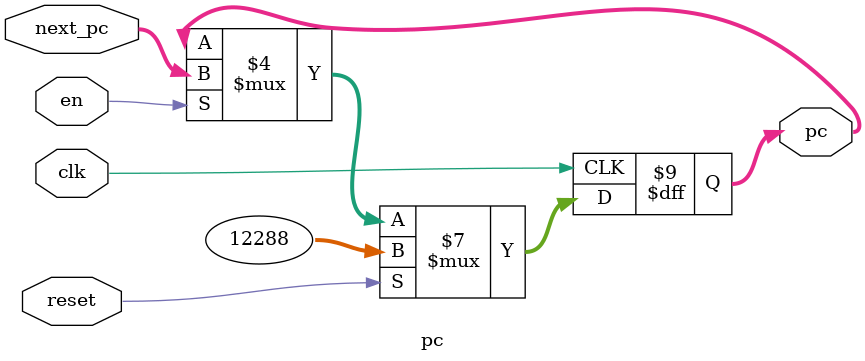
<source format=v>
`timescale 1ns / 1ps
module pc(
    input clk,
    input reset,
	 input en,
	 input[31:0] next_pc,
    output reg[31:0] pc
    );

	initial begin
		pc<=32'h00003000;
	end
	always@(posedge clk) begin
		if(reset) begin
			pc <= 32'h00003000;
		end
		else if(en) begin
			pc <= next_pc;
		end
		else begin
			pc <= pc;
		end
	end
endmodule

</source>
